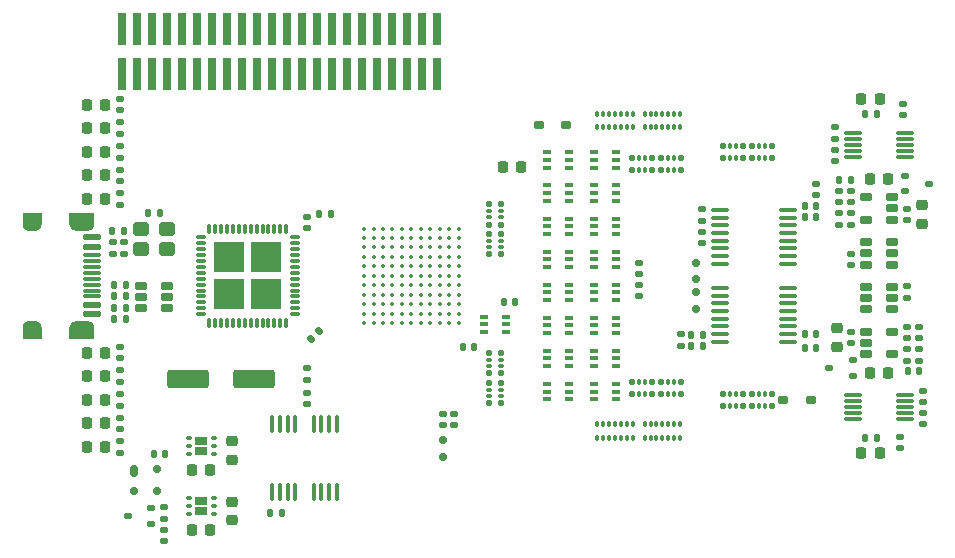
<source format=gtp>
G04 #@! TF.GenerationSoftware,KiCad,Pcbnew,7.0.7+dfsg-1*
G04 #@! TF.CreationDate,2023-10-06T03:56:53+00:00*
G04 #@! TF.ProjectId,glasgow,676c6173-676f-4772-9e6b-696361645f70,C3*
G04 #@! TF.SameCoordinates,Original*
G04 #@! TF.FileFunction,Paste,Top*
G04 #@! TF.FilePolarity,Positive*
%FSLAX46Y46*%
G04 Gerber Fmt 4.6, Leading zero omitted, Abs format (unit mm)*
G04 Created by KiCad (PCBNEW 7.0.7+dfsg-1) date 2023-10-06 03:56:53*
%MOMM*%
%LPD*%
G01*
G04 APERTURE LIST*
G04 Aperture macros list*
%AMRoundRect*
0 Rectangle with rounded corners*
0 $1 Rounding radius*
0 $2 $3 $4 $5 $6 $7 $8 $9 X,Y pos of 4 corners*
0 Add a 4 corners polygon primitive as box body*
4,1,4,$2,$3,$4,$5,$6,$7,$8,$9,$2,$3,0*
0 Add four circle primitives for the rounded corners*
1,1,$1+$1,$2,$3*
1,1,$1+$1,$4,$5*
1,1,$1+$1,$6,$7*
1,1,$1+$1,$8,$9*
0 Add four rect primitives between the rounded corners*
20,1,$1+$1,$2,$3,$4,$5,0*
20,1,$1+$1,$4,$5,$6,$7,0*
20,1,$1+$1,$6,$7,$8,$9,0*
20,1,$1+$1,$8,$9,$2,$3,0*%
G04 Aperture macros list end*
%ADD10RoundRect,0.147500X0.172500X-0.147500X0.172500X0.147500X-0.172500X0.147500X-0.172500X-0.147500X0*%
%ADD11RoundRect,0.147500X-0.172500X0.147500X-0.172500X-0.147500X0.172500X-0.147500X0.172500X0.147500X0*%
%ADD12RoundRect,0.147500X0.017678X-0.226274X0.226274X-0.017678X-0.017678X0.226274X-0.226274X0.017678X0*%
%ADD13R,2.600000X2.600000*%
%ADD14O,1.000000X0.280000*%
%ADD15O,0.280000X1.000000*%
%ADD16RoundRect,0.218750X-0.218750X-0.256250X0.218750X-0.256250X0.218750X0.256250X-0.218750X0.256250X0*%
%ADD17RoundRect,0.100000X-0.225000X-0.100000X0.225000X-0.100000X0.225000X0.100000X-0.225000X0.100000X0*%
%ADD18RoundRect,0.147500X0.147500X0.172500X-0.147500X0.172500X-0.147500X-0.172500X0.147500X-0.172500X0*%
%ADD19RoundRect,0.218750X0.256250X-0.218750X0.256250X0.218750X-0.256250X0.218750X-0.256250X-0.218750X0*%
%ADD20RoundRect,0.218750X-0.256250X0.218750X-0.256250X-0.218750X0.256250X-0.218750X0.256250X0.218750X0*%
%ADD21RoundRect,0.218750X0.218750X0.256250X-0.218750X0.256250X-0.218750X-0.256250X0.218750X-0.256250X0*%
%ADD22RoundRect,0.147500X-0.147500X-0.172500X0.147500X-0.172500X0.147500X0.172500X-0.147500X0.172500X0*%
%ADD23RoundRect,0.300000X-0.400000X-0.300000X0.400000X-0.300000X0.400000X0.300000X-0.400000X0.300000X0*%
%ADD24C,0.350000*%
%ADD25RoundRect,0.162500X-0.367500X-0.162500X0.367500X-0.162500X0.367500X0.162500X-0.367500X0.162500X0*%
%ADD26RoundRect,0.100000X-0.637500X-0.100000X0.637500X-0.100000X0.637500X0.100000X-0.637500X0.100000X0*%
%ADD27RoundRect,0.100000X0.637500X0.100000X-0.637500X0.100000X-0.637500X-0.100000X0.637500X-0.100000X0*%
%ADD28RoundRect,0.150000X0.200000X-0.150000X0.200000X0.150000X-0.200000X0.150000X-0.200000X-0.150000X0*%
%ADD29RoundRect,0.162500X0.367500X0.162500X-0.367500X0.162500X-0.367500X-0.162500X0.367500X-0.162500X0*%
%ADD30RoundRect,0.122500X-0.122500X0.127500X-0.122500X-0.127500X0.122500X-0.127500X0.122500X0.127500X0*%
%ADD31RoundRect,0.070000X-0.070000X0.180000X-0.070000X-0.180000X0.070000X-0.180000X0.070000X0.180000X0*%
%ADD32RoundRect,0.122500X0.122500X-0.127500X0.122500X0.127500X-0.122500X0.127500X-0.122500X-0.127500X0*%
%ADD33RoundRect,0.070000X0.070000X-0.180000X0.070000X0.180000X-0.070000X0.180000X-0.070000X-0.180000X0*%
%ADD34RoundRect,0.122500X-0.127500X-0.122500X0.127500X-0.122500X0.127500X0.122500X-0.127500X0.122500X0*%
%ADD35RoundRect,0.070000X-0.180000X-0.070000X0.180000X-0.070000X0.180000X0.070000X-0.180000X0.070000X0*%
%ADD36RoundRect,0.147500X-0.577500X0.147500X-0.577500X-0.147500X0.577500X-0.147500X0.577500X0.147500X0*%
%ADD37RoundRect,0.070000X-0.655000X0.070000X-0.655000X-0.070000X0.655000X-0.070000X0.655000X0.070000X0*%
%ADD38O,2.100000X1.000000*%
%ADD39O,1.600000X1.000000*%
%ADD40RoundRect,0.150000X0.300000X0.150000X-0.300000X0.150000X-0.300000X-0.150000X0.300000X-0.150000X0*%
%ADD41RoundRect,0.150000X-0.300000X-0.150000X0.300000X-0.150000X0.300000X0.150000X-0.300000X0.150000X0*%
%ADD42RoundRect,0.112500X0.237500X-0.112500X0.237500X0.112500X-0.237500X0.112500X-0.237500X-0.112500X0*%
%ADD43RoundRect,0.112500X-0.237500X0.112500X-0.237500X-0.112500X0.237500X-0.112500X0.237500X0.112500X0*%
%ADD44RoundRect,0.070000X-0.655000X-0.070000X0.655000X-0.070000X0.655000X0.070000X-0.655000X0.070000X0*%
%ADD45RoundRect,0.190000X0.190000X-1.185000X0.190000X1.185000X-0.190000X1.185000X-0.190000X-1.185000X0*%
%ADD46RoundRect,0.250000X-1.500000X-0.550000X1.500000X-0.550000X1.500000X0.550000X-1.500000X0.550000X0*%
%ADD47RoundRect,0.100000X0.100000X-0.637500X0.100000X0.637500X-0.100000X0.637500X-0.100000X-0.637500X0*%
%ADD48RoundRect,0.049699X0.450301X0.300301X-0.450301X0.300301X-0.450301X-0.300301X0.450301X-0.300301X0*%
%ADD49RoundRect,0.042900X0.182100X0.107100X-0.182100X0.107100X-0.182100X-0.107100X0.182100X-0.107100X0*%
%ADD50RoundRect,0.175000X-0.175000X-0.325000X0.175000X-0.325000X0.175000X0.325000X-0.175000X0.325000X0*%
%ADD51RoundRect,0.150000X-0.200000X-0.150000X0.200000X-0.150000X0.200000X0.150000X-0.200000X0.150000X0*%
%ADD52RoundRect,0.070000X0.655000X0.070000X-0.655000X0.070000X-0.655000X-0.070000X0.655000X-0.070000X0*%
%ADD53RoundRect,0.140000X-0.170000X0.140000X-0.170000X-0.140000X0.170000X-0.140000X0.170000X0.140000X0*%
%ADD54RoundRect,0.140000X0.170000X-0.140000X0.170000X0.140000X-0.170000X0.140000X-0.170000X-0.140000X0*%
%ADD55RoundRect,0.225000X-0.225000X-0.250000X0.225000X-0.250000X0.225000X0.250000X-0.225000X0.250000X0*%
G04 APERTURE END LIST*
G36*
X56830000Y-90180000D02*
G01*
X54730000Y-90180000D01*
X54730000Y-91180000D01*
X56830000Y-91180000D01*
X56830000Y-90180000D01*
G37*
G36*
X52400000Y-90180000D02*
G01*
X50800000Y-90180000D01*
X50800000Y-91180000D01*
X52400000Y-91180000D01*
X52400000Y-90180000D01*
G37*
G36*
X56830000Y-99820000D02*
G01*
X54730000Y-99820000D01*
X54730000Y-100820000D01*
X56830000Y-100820000D01*
X56830000Y-99820000D01*
G37*
G36*
X52400000Y-99820000D02*
G01*
X50800000Y-99820000D01*
X50800000Y-100820000D01*
X52400000Y-100820000D01*
X52400000Y-99820000D01*
G37*
D10*
X127000000Y-108085000D03*
X127000000Y-107115000D03*
D11*
X59000000Y-107515000D03*
X59000000Y-108485000D03*
X59000000Y-109515000D03*
X59000000Y-110485000D03*
D12*
X75207053Y-100842947D03*
X75892947Y-100157053D03*
D13*
X68295000Y-93945000D03*
X68295000Y-97055000D03*
X71405000Y-93945000D03*
X71405000Y-97055000D03*
D14*
X65850000Y-92250000D03*
X65850000Y-92750000D03*
X65850000Y-93250000D03*
X65850000Y-93750000D03*
X65850000Y-94250000D03*
X65850000Y-94750000D03*
X65850000Y-95250000D03*
X65850000Y-95750000D03*
X65850000Y-96250000D03*
X65850000Y-96750000D03*
X65850000Y-97250000D03*
X65850000Y-97750000D03*
X65850000Y-98250000D03*
X65850000Y-98750000D03*
D15*
X66600000Y-99500000D03*
X67100000Y-99500000D03*
X67600000Y-99500000D03*
X68100000Y-99500000D03*
X68600000Y-99500000D03*
X69100000Y-99500000D03*
X69600000Y-99500000D03*
X70100000Y-99500000D03*
X70600000Y-99500000D03*
X71100000Y-99500000D03*
X71600000Y-99500000D03*
X72100000Y-99500000D03*
X72600000Y-99500000D03*
X73100000Y-99500000D03*
D14*
X73850000Y-98750000D03*
X73850000Y-98250000D03*
X73850000Y-97750000D03*
X73850000Y-97250000D03*
X73850000Y-96750000D03*
X73850000Y-96250000D03*
X73850000Y-95750000D03*
X73850000Y-95250000D03*
X73850000Y-94750000D03*
X73850000Y-94250000D03*
X73850000Y-93750000D03*
X73850000Y-93250000D03*
X73850000Y-92750000D03*
X73850000Y-92250000D03*
D15*
X73100000Y-91500000D03*
X72600000Y-91500000D03*
X72100000Y-91500000D03*
X71600000Y-91500000D03*
X71100000Y-91500000D03*
X70600000Y-91500000D03*
X70100000Y-91500000D03*
X69600000Y-91500000D03*
X69100000Y-91500000D03*
X68600000Y-91500000D03*
X68100000Y-91500000D03*
X67600000Y-91500000D03*
X67100000Y-91500000D03*
X66600000Y-91500000D03*
D10*
X120900000Y-91185000D03*
X120900000Y-90215000D03*
D16*
X56212500Y-102000000D03*
X57787500Y-102000000D03*
X56212500Y-106000000D03*
X57787500Y-106000000D03*
X56212500Y-89000000D03*
X57787500Y-89000000D03*
X56212500Y-87000000D03*
X57787500Y-87000000D03*
X56212500Y-85000000D03*
X57787500Y-85000000D03*
X56212500Y-83000000D03*
X57787500Y-83000000D03*
D10*
X59000000Y-85485000D03*
X59000000Y-84515000D03*
X59000000Y-87485000D03*
X59000000Y-86515000D03*
D11*
X59000000Y-103515000D03*
X59000000Y-104485000D03*
D17*
X99150000Y-99050000D03*
X99150000Y-99700000D03*
X99150000Y-100350000D03*
X101050000Y-100350000D03*
X101050000Y-99700000D03*
X101050000Y-99050000D03*
X99150000Y-96250000D03*
X99150000Y-96900000D03*
X99150000Y-97550000D03*
X101050000Y-97550000D03*
X101050000Y-96900000D03*
X101050000Y-96250000D03*
X99150000Y-90650000D03*
X99150000Y-91300000D03*
X99150000Y-91950000D03*
X101050000Y-91950000D03*
X101050000Y-91300000D03*
X101050000Y-90650000D03*
X95150000Y-93450000D03*
X95150000Y-94100000D03*
X95150000Y-94750000D03*
X97050000Y-94750000D03*
X97050000Y-94100000D03*
X97050000Y-93450000D03*
X95150000Y-90650000D03*
X95150000Y-91300000D03*
X95150000Y-91950000D03*
X97050000Y-91950000D03*
X97050000Y-91300000D03*
X97050000Y-90650000D03*
X95150000Y-87850000D03*
X95150000Y-88500000D03*
X95150000Y-89150000D03*
X97050000Y-89150000D03*
X97050000Y-88500000D03*
X97050000Y-87850000D03*
X95150000Y-96250000D03*
X95150000Y-96900000D03*
X95150000Y-97550000D03*
X97050000Y-97550000D03*
X97050000Y-96900000D03*
X97050000Y-96250000D03*
X95150000Y-101850000D03*
X95150000Y-102500000D03*
X95150000Y-103150000D03*
X97050000Y-103150000D03*
X97050000Y-102500000D03*
X97050000Y-101850000D03*
X95150000Y-104650000D03*
X95150000Y-105300000D03*
X95150000Y-105950000D03*
X97050000Y-105950000D03*
X97050000Y-105300000D03*
X97050000Y-104650000D03*
D18*
X120885000Y-87400000D03*
X119915000Y-87400000D03*
D16*
X56212500Y-81000000D03*
X57787500Y-81000000D03*
D19*
X126900000Y-91087500D03*
X126900000Y-89512500D03*
D20*
X119700000Y-99912500D03*
X119700000Y-101487500D03*
D21*
X124087500Y-103700000D03*
X122512500Y-103700000D03*
D11*
X125700000Y-101715000D03*
X125700000Y-102685000D03*
X125700000Y-99815000D03*
X125700000Y-100785000D03*
D10*
X125700000Y-90785000D03*
X125700000Y-89815000D03*
X120900000Y-89285000D03*
X120900000Y-88315000D03*
X59350000Y-93635000D03*
X59350000Y-92665000D03*
X59000000Y-89485000D03*
X59000000Y-88515000D03*
D22*
X75915000Y-90300000D03*
X76885000Y-90300000D03*
D10*
X59000000Y-81485000D03*
X59000000Y-80515000D03*
X59000000Y-83485000D03*
X59000000Y-82515000D03*
D23*
X60800000Y-93250000D03*
X63000000Y-93250000D03*
X63000000Y-91550000D03*
X60800000Y-91550000D03*
D24*
X87700000Y-91500000D03*
X87700000Y-92300000D03*
X87700000Y-93100000D03*
X87700000Y-93900000D03*
X87700000Y-94700000D03*
X87700000Y-95500000D03*
X87700000Y-96300000D03*
X87700000Y-97100000D03*
X87700000Y-97900000D03*
X87700000Y-98700000D03*
X87700000Y-99500000D03*
X86900000Y-91500000D03*
X86900000Y-92300000D03*
X86900000Y-93100000D03*
X86900000Y-93900000D03*
X86900000Y-94700000D03*
X86900000Y-95500000D03*
X86900000Y-96300000D03*
X86900000Y-97100000D03*
X86900000Y-97900000D03*
X86900000Y-98700000D03*
X86900000Y-99500000D03*
X86100000Y-91500000D03*
X86100000Y-92300000D03*
X86100000Y-93100000D03*
X86100000Y-93900000D03*
X86100000Y-94700000D03*
X86100000Y-95500000D03*
X86100000Y-96300000D03*
X86100000Y-97100000D03*
X86100000Y-97900000D03*
X86100000Y-98700000D03*
X86100000Y-99500000D03*
X85300000Y-91500000D03*
X85300000Y-92300000D03*
X85300000Y-93100000D03*
X85300000Y-93900000D03*
X85300000Y-94700000D03*
X85300000Y-95500000D03*
X85300000Y-96300000D03*
X85300000Y-97100000D03*
X85300000Y-97900000D03*
X85300000Y-98700000D03*
X85300000Y-99500000D03*
X84500000Y-91500000D03*
X84500000Y-92300000D03*
X84500000Y-93100000D03*
X84500000Y-93900000D03*
X84500000Y-94700000D03*
X84500000Y-95500000D03*
X84500000Y-96300000D03*
X84500000Y-97100000D03*
X84500000Y-97900000D03*
X84500000Y-98700000D03*
X84500000Y-99500000D03*
X83700000Y-91500000D03*
X83700000Y-92300000D03*
X83700000Y-93100000D03*
X83700000Y-93900000D03*
X83700000Y-94700000D03*
X83700000Y-95500000D03*
X83700000Y-96300000D03*
X83700000Y-97100000D03*
X83700000Y-97900000D03*
X83700000Y-98700000D03*
X83700000Y-99500000D03*
X82900000Y-91500000D03*
X82900000Y-92300000D03*
X82900000Y-93100000D03*
X82900000Y-93900000D03*
X82900000Y-94700000D03*
X82900000Y-95500000D03*
X82900000Y-96300000D03*
X82900000Y-97100000D03*
X82900000Y-97900000D03*
X82900000Y-98700000D03*
X82900000Y-99500000D03*
X82100000Y-91500000D03*
X82100000Y-92300000D03*
X82100000Y-93100000D03*
X82100000Y-93900000D03*
X82100000Y-94700000D03*
X82100000Y-95500000D03*
X82100000Y-96300000D03*
X82100000Y-97100000D03*
X82100000Y-97900000D03*
X82100000Y-98700000D03*
X82100000Y-99500000D03*
X81300000Y-91500000D03*
X81300000Y-92300000D03*
X81300000Y-93100000D03*
X81300000Y-93900000D03*
X81300000Y-94700000D03*
X81300000Y-95500000D03*
X81300000Y-96300000D03*
X81300000Y-97100000D03*
X81300000Y-97900000D03*
X81300000Y-98700000D03*
X81300000Y-99500000D03*
X80500000Y-91500000D03*
X80500000Y-92300000D03*
X80500000Y-93100000D03*
X80500000Y-93900000D03*
X80500000Y-94700000D03*
X80500000Y-95500000D03*
X80500000Y-96300000D03*
X80500000Y-97100000D03*
X80500000Y-97900000D03*
X80500000Y-98700000D03*
X80500000Y-99500000D03*
X79700000Y-91500000D03*
X79700000Y-92300000D03*
X79700000Y-93100000D03*
X79700000Y-93900000D03*
X79700000Y-94700000D03*
X79700000Y-95500000D03*
X79700000Y-96300000D03*
X79700000Y-97100000D03*
X79700000Y-97900000D03*
X79700000Y-98700000D03*
X79700000Y-99500000D03*
D18*
X59335000Y-91700000D03*
X58365000Y-91700000D03*
D17*
X99150000Y-87850000D03*
X99150000Y-88500000D03*
X99150000Y-89150000D03*
X101050000Y-89150000D03*
X101050000Y-88500000D03*
X101050000Y-87850000D03*
X99150000Y-85050000D03*
X99150000Y-85700000D03*
X99150000Y-86350000D03*
X101050000Y-86350000D03*
X101050000Y-85700000D03*
X101050000Y-85050000D03*
D11*
X59000000Y-105515000D03*
X59000000Y-106485000D03*
D16*
X56212500Y-108000000D03*
X57787500Y-108000000D03*
D11*
X59000000Y-101515000D03*
X59000000Y-102485000D03*
D16*
X56212500Y-104000000D03*
X57787500Y-104000000D03*
X56212500Y-110000000D03*
X57787500Y-110000000D03*
D10*
X125300000Y-81885000D03*
X125300000Y-80915000D03*
D25*
X122200000Y-100250000D03*
X122200000Y-101200000D03*
X122200000Y-102150000D03*
X124400000Y-102150000D03*
X124400000Y-100250000D03*
D18*
X108385000Y-101400000D03*
X107415000Y-101400000D03*
D22*
X125715000Y-103600000D03*
X126685000Y-103600000D03*
D11*
X125100000Y-109115000D03*
X125100000Y-110085000D03*
D17*
X99150000Y-93450000D03*
X99150000Y-94100000D03*
X99150000Y-94750000D03*
X101050000Y-94750000D03*
X101050000Y-94100000D03*
X101050000Y-93450000D03*
D26*
X109837500Y-89925000D03*
X109837500Y-90575000D03*
X109837500Y-91225000D03*
X109837500Y-91875000D03*
X109837500Y-92525000D03*
X109837500Y-93175000D03*
X109837500Y-93825000D03*
X109837500Y-94475000D03*
X115562500Y-94475000D03*
X115562500Y-93825000D03*
X115562500Y-93175000D03*
X115562500Y-92525000D03*
X115562500Y-91875000D03*
X115562500Y-91225000D03*
X115562500Y-90575000D03*
X115562500Y-89925000D03*
D10*
X103000000Y-97235000D03*
X103000000Y-96265000D03*
D11*
X103000000Y-94415000D03*
X103000000Y-95385000D03*
D17*
X99150000Y-101850000D03*
X99150000Y-102500000D03*
X99150000Y-103150000D03*
X101050000Y-103150000D03*
X101050000Y-102500000D03*
X101050000Y-101850000D03*
X95150000Y-99050000D03*
X95150000Y-99700000D03*
X95150000Y-100350000D03*
X97050000Y-100350000D03*
X97050000Y-99700000D03*
X97050000Y-99050000D03*
D22*
X117030000Y-101600000D03*
X118000000Y-101600000D03*
D10*
X86350000Y-108135000D03*
X86350000Y-107165000D03*
D22*
X117015000Y-100400000D03*
X117985000Y-100400000D03*
X107415000Y-100500000D03*
X108385000Y-100500000D03*
D11*
X108350000Y-89865000D03*
X108350000Y-90835000D03*
X120900000Y-100215000D03*
X120900000Y-101185000D03*
D27*
X115562500Y-101075000D03*
X115562500Y-100425000D03*
X115562500Y-99775000D03*
X115562500Y-99125000D03*
X115562500Y-98475000D03*
X115562500Y-97825000D03*
X115562500Y-97175000D03*
X115562500Y-96525000D03*
X109837500Y-96525000D03*
X109837500Y-97175000D03*
X109837500Y-97825000D03*
X109837500Y-98475000D03*
X109837500Y-99125000D03*
X109837500Y-99775000D03*
X109837500Y-100425000D03*
X109837500Y-101075000D03*
D18*
X117985000Y-90500000D03*
X117015000Y-90500000D03*
D11*
X119900000Y-88315000D03*
X119900000Y-89285000D03*
D10*
X126700000Y-102685000D03*
X126700000Y-101715000D03*
D18*
X92485000Y-97700000D03*
X91515000Y-97700000D03*
D10*
X74900000Y-106385000D03*
X74900000Y-105415000D03*
D28*
X107800000Y-96900000D03*
X107800000Y-98300000D03*
D18*
X89035000Y-101500000D03*
X88065000Y-101500000D03*
D16*
X122512500Y-87300000D03*
X124087500Y-87300000D03*
D21*
X123387500Y-80500000D03*
X121812500Y-80500000D03*
D11*
X119600000Y-82915000D03*
X119600000Y-83885000D03*
D18*
X123085000Y-109200000D03*
X122115000Y-109200000D03*
X123085000Y-81800000D03*
X122115000Y-81800000D03*
D21*
X123387500Y-110500000D03*
X121812500Y-110500000D03*
D29*
X124400000Y-90750000D03*
X124400000Y-89800000D03*
X124400000Y-88850000D03*
X122200000Y-88850000D03*
X122200000Y-90750000D03*
D28*
X86400000Y-109400000D03*
X86400000Y-110800000D03*
D11*
X74900000Y-103315000D03*
X74900000Y-104285000D03*
D30*
X106555000Y-104500000D03*
D31*
X105950000Y-104500000D03*
X105450000Y-104500000D03*
D30*
X104845000Y-104500000D03*
X104845000Y-105500000D03*
D31*
X105450000Y-105500000D03*
X105950000Y-105500000D03*
D30*
X106555000Y-105500000D03*
X104055000Y-104500000D03*
D31*
X103450000Y-104500000D03*
X102950000Y-104500000D03*
D30*
X102345000Y-104500000D03*
X102345000Y-105500000D03*
D31*
X102950000Y-105500000D03*
X103450000Y-105500000D03*
D30*
X104055000Y-105500000D03*
D32*
X112545000Y-106500000D03*
D33*
X113150000Y-106500000D03*
X113650000Y-106500000D03*
D32*
X114255000Y-106500000D03*
X114255000Y-105500000D03*
D33*
X113650000Y-105500000D03*
X113150000Y-105500000D03*
D32*
X112545000Y-105500000D03*
X110045000Y-106500000D03*
D33*
X110650000Y-106500000D03*
X111150000Y-106500000D03*
D32*
X111755000Y-106500000D03*
X111755000Y-105500000D03*
D33*
X111150000Y-105500000D03*
X110650000Y-105500000D03*
D32*
X110045000Y-105500000D03*
D34*
X90300000Y-89445000D03*
D35*
X90300000Y-90050000D03*
X90300000Y-90550000D03*
D34*
X90300000Y-91155000D03*
X91300000Y-91155000D03*
D35*
X91300000Y-90550000D03*
X91300000Y-90050000D03*
D34*
X91300000Y-89445000D03*
X90300000Y-91945000D03*
D35*
X90300000Y-92550000D03*
X90300000Y-93050000D03*
D34*
X90300000Y-93655000D03*
X91300000Y-93655000D03*
D35*
X91300000Y-93050000D03*
X91300000Y-92550000D03*
D34*
X91300000Y-91945000D03*
D32*
X104845000Y-86500000D03*
D33*
X105450000Y-86500000D03*
X105950000Y-86500000D03*
D32*
X106555000Y-86500000D03*
X106555000Y-85500000D03*
D33*
X105950000Y-85500000D03*
X105450000Y-85500000D03*
D32*
X104845000Y-85500000D03*
D30*
X111755000Y-84500000D03*
D31*
X111150000Y-84500000D03*
X110650000Y-84500000D03*
D30*
X110045000Y-84500000D03*
X110045000Y-85500000D03*
D31*
X110650000Y-85500000D03*
X111150000Y-85500000D03*
D30*
X111755000Y-85500000D03*
X114255000Y-84500000D03*
D31*
X113650000Y-84500000D03*
X113150000Y-84500000D03*
D30*
X112545000Y-84500000D03*
X112545000Y-85500000D03*
D31*
X113150000Y-85500000D03*
X113650000Y-85500000D03*
D30*
X114255000Y-85500000D03*
D17*
X95150000Y-85050000D03*
X95150000Y-85700000D03*
X95150000Y-86350000D03*
X97050000Y-86350000D03*
X97050000Y-85700000D03*
X97050000Y-85050000D03*
X89850000Y-98950000D03*
X89850000Y-99600000D03*
X89850000Y-100250000D03*
X91750000Y-100250000D03*
X91750000Y-99600000D03*
X91750000Y-98950000D03*
X99150000Y-104650000D03*
X99150000Y-105300000D03*
X99150000Y-105950000D03*
X101050000Y-105950000D03*
X101050000Y-105300000D03*
X101050000Y-104650000D03*
D28*
X107800000Y-94400000D03*
X107800000Y-95800000D03*
D34*
X90300000Y-104545000D03*
D35*
X90300000Y-105150000D03*
X90300000Y-105650000D03*
D34*
X90300000Y-106255000D03*
X91300000Y-106255000D03*
D35*
X91300000Y-105650000D03*
X91300000Y-105150000D03*
D34*
X91300000Y-104545000D03*
X90300000Y-102045000D03*
D35*
X90300000Y-102650000D03*
X90300000Y-103150000D03*
D34*
X90300000Y-103755000D03*
X91300000Y-103755000D03*
D35*
X91300000Y-103150000D03*
X91300000Y-102650000D03*
D34*
X91300000Y-102045000D03*
D11*
X108350000Y-91765000D03*
X108350000Y-92735000D03*
D36*
X56695000Y-92245000D03*
X56695000Y-93055000D03*
D37*
X56695000Y-94250000D03*
X56695000Y-95250000D03*
X56695000Y-95750000D03*
X56695000Y-96750000D03*
D36*
X56695000Y-97945000D03*
X56695000Y-98755000D03*
X56695000Y-98755000D03*
X56695000Y-97945000D03*
D37*
X56695000Y-97250000D03*
X56695000Y-96250000D03*
X56695000Y-94750000D03*
X56695000Y-93750000D03*
D36*
X56695000Y-93055000D03*
X56695000Y-92245000D03*
D38*
X55780000Y-91180000D03*
D39*
X51600000Y-91180000D03*
D38*
X55780000Y-99820000D03*
D39*
X51600000Y-99820000D03*
D18*
X62385000Y-90200000D03*
X61415000Y-90200000D03*
D11*
X58400000Y-92665000D03*
X58400000Y-93635000D03*
D18*
X59535000Y-96300000D03*
X58565000Y-96300000D03*
D22*
X58565000Y-98200000D03*
X59535000Y-98200000D03*
D25*
X60800000Y-96350000D03*
X60800000Y-97300000D03*
X60800000Y-98250000D03*
X63000000Y-98250000D03*
X63000000Y-97300000D03*
X63000000Y-96350000D03*
D18*
X59535000Y-97250000D03*
X58565000Y-97250000D03*
D40*
X117500000Y-106000000D03*
X115200000Y-106000000D03*
D41*
X94500000Y-82700000D03*
X96800000Y-82700000D03*
D42*
X121100000Y-103950000D03*
X121100000Y-102650000D03*
X119100000Y-103300000D03*
D43*
X125500000Y-87050000D03*
X125500000Y-88350000D03*
X127500000Y-87700000D03*
D11*
X126700000Y-99815000D03*
X126700000Y-100785000D03*
D44*
X121100000Y-105600000D03*
X121100000Y-106100000D03*
X121100000Y-106600000D03*
X121100000Y-107100000D03*
X121100000Y-107600000D03*
X125500000Y-107600000D03*
X125500000Y-107100000D03*
X125500000Y-106600000D03*
X125500000Y-106100000D03*
X125500000Y-105600000D03*
D33*
X99450000Y-109225000D03*
X99950000Y-109225000D03*
X100450000Y-109225000D03*
X100950000Y-109225000D03*
X101450000Y-109225000D03*
X101950000Y-109225000D03*
X102450000Y-109225000D03*
X102450000Y-108075000D03*
X101950000Y-108075000D03*
X101450000Y-108075000D03*
X100950000Y-108075000D03*
X100450000Y-108075000D03*
X99950000Y-108075000D03*
X99450000Y-108075000D03*
D31*
X106450000Y-81775000D03*
X105950000Y-81775000D03*
X105450000Y-81775000D03*
X104950000Y-81775000D03*
X104450000Y-81775000D03*
X103950000Y-81775000D03*
X103450000Y-81775000D03*
X103450000Y-82925000D03*
X103950000Y-82925000D03*
X104450000Y-82925000D03*
X104950000Y-82925000D03*
X105450000Y-82925000D03*
X105950000Y-82925000D03*
X106450000Y-82925000D03*
D18*
X62885000Y-110600000D03*
X61915000Y-110600000D03*
D10*
X74900000Y-91470000D03*
X74900000Y-90500000D03*
D42*
X61700000Y-116500000D03*
X61700000Y-115200000D03*
X59700000Y-115850000D03*
D10*
X62800000Y-117970000D03*
X62800000Y-117000000D03*
X62800000Y-116070000D03*
X62800000Y-115100000D03*
D11*
X106500000Y-100465000D03*
X106500000Y-101435000D03*
D10*
X118000000Y-88685000D03*
X118000000Y-87715000D03*
X87300000Y-108135000D03*
X87300000Y-107165000D03*
D45*
X59165000Y-78375000D03*
X59165000Y-74625000D03*
X60435000Y-78375000D03*
X60435000Y-74625000D03*
X61705000Y-78375000D03*
X61705000Y-74625000D03*
X62975000Y-78375000D03*
X62975000Y-74625000D03*
X64245000Y-78375000D03*
X64245000Y-74625000D03*
X65515000Y-78375000D03*
X65515000Y-74625000D03*
X66785000Y-78375000D03*
X66785000Y-74625000D03*
X68055000Y-78375000D03*
X68055000Y-74625000D03*
X69325000Y-78375000D03*
X69325000Y-74625000D03*
X70595000Y-78375000D03*
X70595000Y-74625000D03*
X71865000Y-78375000D03*
X71865000Y-74625000D03*
X73135000Y-78375000D03*
X73135000Y-74625000D03*
X74405000Y-78375000D03*
X74405000Y-74625000D03*
X75675000Y-78375000D03*
X75675000Y-74625000D03*
X76945000Y-78375000D03*
X76945000Y-74625000D03*
X78215000Y-78375000D03*
X78215000Y-74625000D03*
X79485000Y-78375000D03*
X79485000Y-74625000D03*
X80755000Y-78375000D03*
X80755000Y-74625000D03*
X82025000Y-78375000D03*
X82025000Y-74625000D03*
X83295000Y-78375000D03*
X83295000Y-74625000D03*
X84565000Y-78375000D03*
X84565000Y-74625000D03*
X85835000Y-78375000D03*
X85835000Y-74625000D03*
D18*
X59535000Y-99150000D03*
X58565000Y-99150000D03*
D46*
X64800000Y-104200000D03*
X70400000Y-104200000D03*
D47*
X75425000Y-113762500D03*
X76075000Y-113762500D03*
X76725000Y-113762500D03*
X77375000Y-113762500D03*
X77375000Y-108037500D03*
X76725000Y-108037500D03*
X76075000Y-108037500D03*
X75425000Y-108037500D03*
X71925000Y-113762500D03*
X72575000Y-113762500D03*
X73225000Y-113762500D03*
X73875000Y-113762500D03*
X73875000Y-108037500D03*
X73225000Y-108037500D03*
X72575000Y-108037500D03*
X71925000Y-108037500D03*
D48*
X65900000Y-115450000D03*
X65900000Y-114550000D03*
D49*
X66950000Y-115650000D03*
X66950000Y-115000000D03*
X66950000Y-114350000D03*
X64850000Y-114350000D03*
X64850000Y-115000000D03*
X64850000Y-115650000D03*
D48*
X65900000Y-110350000D03*
X65900000Y-109450000D03*
D49*
X66950000Y-110550000D03*
X66950000Y-109900000D03*
X66950000Y-109250000D03*
X64850000Y-109250000D03*
X64850000Y-109900000D03*
X64850000Y-110550000D03*
D21*
X66687500Y-111900000D03*
X65112500Y-111900000D03*
X66687500Y-117000000D03*
X65112500Y-117000000D03*
D19*
X68500000Y-111087500D03*
X68500000Y-109512500D03*
X68500000Y-116187500D03*
X68500000Y-114612500D03*
D50*
X60200000Y-112050000D03*
D51*
X60200000Y-113750000D03*
X62200000Y-113750000D03*
X62200000Y-111850000D03*
D33*
X103450000Y-109225000D03*
X103950000Y-109225000D03*
X104450000Y-109225000D03*
X104950000Y-109225000D03*
X105450000Y-109225000D03*
X105950000Y-109225000D03*
X106450000Y-109225000D03*
X106450000Y-108075000D03*
X105950000Y-108075000D03*
X105450000Y-108075000D03*
X104950000Y-108075000D03*
X104450000Y-108075000D03*
X103950000Y-108075000D03*
X103450000Y-108075000D03*
D32*
X102345000Y-86500000D03*
D33*
X102950000Y-86500000D03*
X103450000Y-86500000D03*
D32*
X104055000Y-86500000D03*
X104055000Y-85500000D03*
D33*
X103450000Y-85500000D03*
X102950000Y-85500000D03*
D32*
X102345000Y-85500000D03*
D52*
X125500000Y-85400000D03*
X125500000Y-84900000D03*
X125500000Y-84400000D03*
X125500000Y-83900000D03*
X125500000Y-83400000D03*
X121100000Y-83400000D03*
X121100000Y-83900000D03*
X121100000Y-84400000D03*
X121100000Y-84900000D03*
X121100000Y-85400000D03*
D18*
X72735000Y-115550000D03*
X71765000Y-115550000D03*
D53*
X127000000Y-105220000D03*
X127000000Y-106180000D03*
D54*
X119600000Y-85780000D03*
X119600000Y-84820000D03*
D31*
X102450000Y-81775000D03*
X101950000Y-81775000D03*
X101450000Y-81775000D03*
X100950000Y-81775000D03*
X100450000Y-81775000D03*
X99950000Y-81775000D03*
X99450000Y-81775000D03*
X99450000Y-82925000D03*
X99950000Y-82925000D03*
X100450000Y-82925000D03*
X100950000Y-82925000D03*
X101450000Y-82925000D03*
X101950000Y-82925000D03*
X102450000Y-82925000D03*
D11*
X120900000Y-93615000D03*
X120900000Y-94585000D03*
D25*
X122200000Y-92650000D03*
X122200000Y-93600000D03*
X122200000Y-94550000D03*
X124400000Y-94550000D03*
X124400000Y-93600000D03*
X124400000Y-92650000D03*
D10*
X119900000Y-91185000D03*
X119900000Y-90215000D03*
D29*
X124400000Y-98350000D03*
X124400000Y-97400000D03*
X124400000Y-96450000D03*
X122200000Y-96450000D03*
X122200000Y-97400000D03*
X122200000Y-98350000D03*
D10*
X125700000Y-97370000D03*
X125700000Y-96400000D03*
D22*
X117015000Y-89600000D03*
X117985000Y-89600000D03*
D55*
X91450000Y-86250000D03*
X93000000Y-86250000D03*
M02*

</source>
